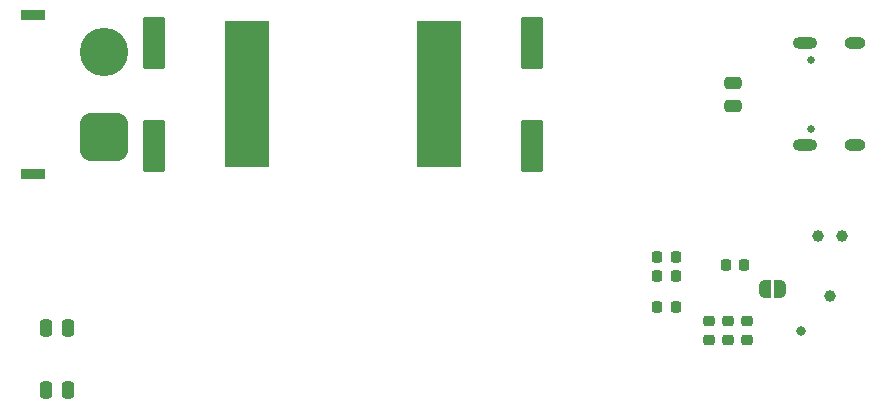
<source format=gbr>
%TF.GenerationSoftware,KiCad,Pcbnew,7.0.8*%
%TF.CreationDate,2024-04-29T11:53:12-04:00*%
%TF.ProjectId,PD Charger,50442043-6861-4726-9765-722e6b696361,rev?*%
%TF.SameCoordinates,Original*%
%TF.FileFunction,Soldermask,Bot*%
%TF.FilePolarity,Negative*%
%FSLAX46Y46*%
G04 Gerber Fmt 4.6, Leading zero omitted, Abs format (unit mm)*
G04 Created by KiCad (PCBNEW 7.0.8) date 2024-04-29 11:53:12*
%MOMM*%
%LPD*%
G01*
G04 APERTURE LIST*
G04 Aperture macros list*
%AMRoundRect*
0 Rectangle with rounded corners*
0 $1 Rounding radius*
0 $2 $3 $4 $5 $6 $7 $8 $9 X,Y pos of 4 corners*
0 Add a 4 corners polygon primitive as box body*
4,1,4,$2,$3,$4,$5,$6,$7,$8,$9,$2,$3,0*
0 Add four circle primitives for the rounded corners*
1,1,$1+$1,$2,$3*
1,1,$1+$1,$4,$5*
1,1,$1+$1,$6,$7*
1,1,$1+$1,$8,$9*
0 Add four rect primitives between the rounded corners*
20,1,$1+$1,$2,$3,$4,$5,0*
20,1,$1+$1,$4,$5,$6,$7,0*
20,1,$1+$1,$6,$7,$8,$9,0*
20,1,$1+$1,$8,$9,$2,$3,0*%
%AMFreePoly0*
4,1,19,0.500000,-0.750000,0.000000,-0.750000,0.000000,-0.744911,-0.071157,-0.744911,-0.207708,-0.704816,-0.327430,-0.627875,-0.420627,-0.520320,-0.479746,-0.390866,-0.500000,-0.250000,-0.500000,0.250000,-0.479746,0.390866,-0.420627,0.520320,-0.327430,0.627875,-0.207708,0.704816,-0.071157,0.744911,0.000000,0.744911,0.000000,0.750000,0.500000,0.750000,0.500000,-0.750000,0.500000,-0.750000,
$1*%
%AMFreePoly1*
4,1,19,0.000000,0.744911,0.071157,0.744911,0.207708,0.704816,0.327430,0.627875,0.420627,0.520320,0.479746,0.390866,0.500000,0.250000,0.500000,-0.250000,0.479746,-0.390866,0.420627,-0.520320,0.327430,-0.627875,0.207708,-0.704816,0.071157,-0.744911,0.000000,-0.744911,0.000000,-0.750000,-0.500000,-0.750000,-0.500000,0.750000,0.000000,0.750000,0.000000,0.744911,0.000000,0.744911,
$1*%
G04 Aperture macros list end*
%ADD10C,0.800000*%
%ADD11C,0.990600*%
%ADD12C,0.650000*%
%ADD13O,2.100000X1.000000*%
%ADD14O,1.800000X1.000000*%
%ADD15R,2.000000X0.900000*%
%ADD16RoundRect,1.025000X1.025000X-1.025000X1.025000X1.025000X-1.025000X1.025000X-1.025000X-1.025000X0*%
%ADD17C,4.100000*%
%ADD18RoundRect,0.250000X-0.700000X1.950000X-0.700000X-1.950000X0.700000X-1.950000X0.700000X1.950000X0*%
%ADD19RoundRect,0.250000X0.475000X-0.250000X0.475000X0.250000X-0.475000X0.250000X-0.475000X-0.250000X0*%
%ADD20RoundRect,0.225000X0.250000X-0.225000X0.250000X0.225000X-0.250000X0.225000X-0.250000X-0.225000X0*%
%ADD21FreePoly0,0.000000*%
%ADD22FreePoly1,0.000000*%
%ADD23RoundRect,0.225000X-0.225000X-0.250000X0.225000X-0.250000X0.225000X0.250000X-0.225000X0.250000X0*%
%ADD24RoundRect,0.250000X-0.250000X-0.475000X0.250000X-0.475000X0.250000X0.475000X-0.250000X0.475000X0*%
%ADD25R,3.825000X12.320000*%
%ADD26RoundRect,0.225000X0.225000X0.250000X-0.225000X0.250000X-0.225000X-0.250000X0.225000X-0.250000X0*%
G04 APERTURE END LIST*
D10*
%TO.C,SW1*%
X79800000Y-45000000D03*
%TD*%
D11*
%TO.C,J2*%
X83276000Y-36960000D03*
X81244000Y-36960000D03*
X82260000Y-42040000D03*
%TD*%
D12*
%TO.C,J1*%
X80645000Y-27890000D03*
X80645000Y-22110000D03*
D13*
X80145000Y-29320000D03*
D14*
X84325000Y-29320000D03*
D13*
X80145000Y-20680000D03*
D14*
X84325000Y-20680000D03*
%TD*%
D15*
%TO.C,J3*%
X14750000Y-31750000D03*
X14750000Y-18250000D03*
D16*
X20750000Y-28600000D03*
D17*
X20750000Y-21400000D03*
%TD*%
D18*
%TO.C,C2*%
X57000000Y-20650000D03*
X57000000Y-29350000D03*
%TD*%
%TO.C,C1*%
X25000000Y-20650000D03*
X25000000Y-29350000D03*
%TD*%
D19*
%TO.C,C22*%
X74000000Y-25950000D03*
X74000000Y-24050000D03*
%TD*%
D20*
%TO.C,C26*%
X72000000Y-45775000D03*
X72000000Y-44225000D03*
%TD*%
D21*
%TO.C,JP4*%
X76700000Y-41450000D03*
D22*
X78000000Y-41450000D03*
%TD*%
D23*
%TO.C,C12*%
X67625000Y-40400000D03*
X69175000Y-40400000D03*
%TD*%
%TO.C,C13*%
X67625000Y-38800000D03*
X69175000Y-38800000D03*
%TD*%
%TO.C,C11*%
X67625000Y-43000000D03*
X69175000Y-43000000D03*
%TD*%
D20*
%TO.C,C25*%
X73600000Y-45775000D03*
X73600000Y-44225000D03*
%TD*%
D24*
%TO.C,C30*%
X15850000Y-44800000D03*
X17750000Y-44800000D03*
%TD*%
D25*
%TO.C,L1*%
X32877500Y-25000000D03*
X49122500Y-25000000D03*
%TD*%
D20*
%TO.C,C24*%
X75200000Y-45775000D03*
X75200000Y-44225000D03*
%TD*%
D24*
%TO.C,C31*%
X15850000Y-50000000D03*
X17750000Y-50000000D03*
%TD*%
D26*
%TO.C,C23*%
X74975000Y-39400000D03*
X73425000Y-39400000D03*
%TD*%
M02*

</source>
